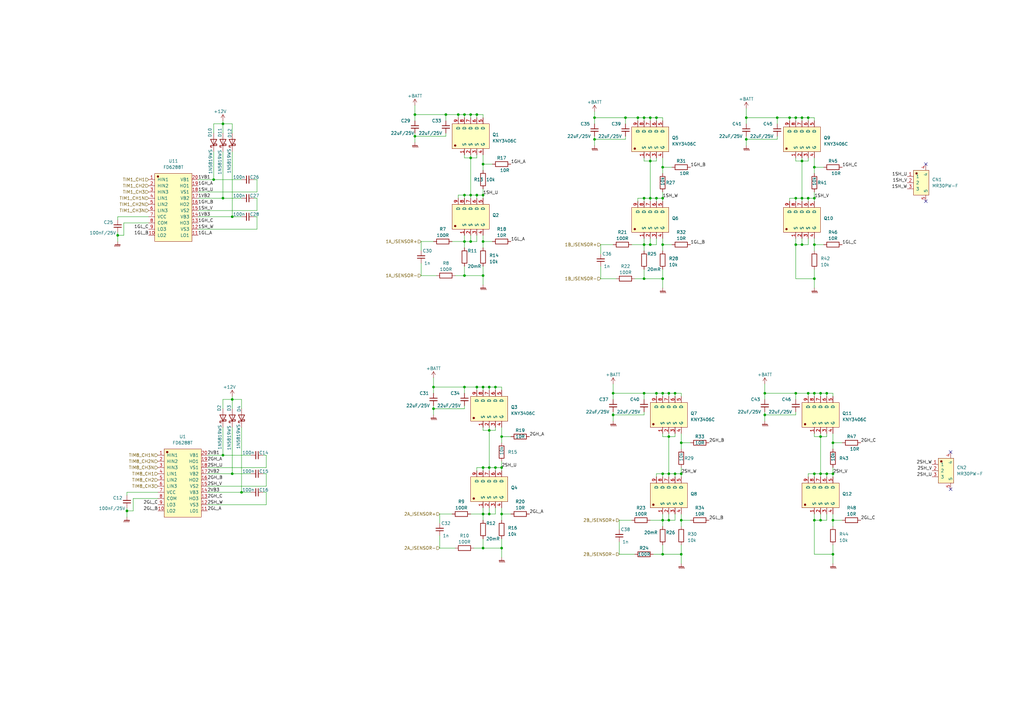
<source format=kicad_sch>
(kicad_sch (version 20231120) (generator "eeschema") (generator_version "8.0")
  (paper "A3")
  (lib_symbols
    (symbol "Device:C_Small" (pin_numbers hide) (pin_names (offset 0.254) hide)
      (property "Reference" "C" (at 0.254 1.778 0))
      (property "Value" "C_Small" (at 0.254 -2.032 0))
      (symbol "C_Small_1_1"
        (pin passive line (at 0 2.54 270) (length 2.032) (name "~") (number "1"))
        (pin passive line (at 0 -2.54 90) (length 2.032) (name "~") (number "2"))
      )
    )
    (symbol "Device:R" (pin_numbers hide) (pin_names (offset 0))
      (property "Reference" "R" (at 2.032 0 90))
      (property "Value" "R" (at 0 0 90))
      (symbol "R_1_1"
        (pin passive line (at 0 3.81 270) (length 1.27) (name "~") (number "1"))
        (pin passive line (at 0 -3.81 90) (length 1.27) (name "~") (number "2"))
      )
    )
    (symbol "Diode:1N5819WS" (pin_numbers hide) (pin_names (offset 1.016) hide)
      (property "Reference" "D" (at 0 2.54 0))
      (property "Value" "1N5819WS" (at 0 -2.54 0))
      (symbol "1N5819WS_1_1"
        (pin passive line (at -3.81 0 0) (length 2.54) (name "K") (number "1"))
        (pin passive line (at 3.81 0 180) (length 2.54) (name "A") (number "2"))
      )
    )
    (symbol "bldcDriver:FD6288T" (pin_names (offset 1.016))
      (property "Reference" "U" (at 0 16.6116 0))
      (property "Value" "FD6288T" (at 0 21.6916 0))
      (symbol "FD6288T_1_1"
        (pin input line (at -10.16 11.43 0) (length 2.54) (name "HIN1") (number "1"))
        (pin input line (at -10.16 -11.43 0) (length 2.54) (name "LO2") (number "10"))
        (pin input line (at 10.16 -11.43 180) (length 2.54) (name "LO1") (number "11"))
        (pin input line (at 10.16 -8.89 180) (length 2.54) (name "VS3") (number "12"))
        (pin input line (at 10.16 -6.35 180) (length 2.54) (name "HO3") (number "13"))
        (pin input line (at 10.16 -3.81 180) (length 2.54) (name "VB3") (number "14"))
        (pin input line (at 10.16 -1.27 180) (length 2.54) (name "VS2") (number "15"))
        (pin input line (at 10.16 1.27 180) (length 2.54) (name "HO2") (number "16"))
        (pin input line (at 10.16 3.81 180) (length 2.54) (name "VB2") (number "17"))
        (pin input line (at 10.16 6.35 180) (length 2.54) (name "VS1") (number "18"))
        (pin input line (at 10.16 8.89 180) (length 2.54) (name "HO1") (number "19"))
        (pin input line (at -10.16 8.89 0) (length 2.54) (name "HIN2") (number "2"))
        (pin input line (at 10.16 11.43 180) (length 2.54) (name "VB1") (number "20"))
        (pin input line (at -10.16 6.35 0) (length 2.54) (name "HIN3") (number "3"))
        (pin input line (at -10.16 3.81 0) (length 2.54) (name "LIN1") (number "4"))
        (pin input line (at -10.16 1.27 0) (length 2.54) (name "LIN2") (number "5"))
        (pin input line (at -10.16 -1.27 0) (length 2.54) (name "LIN3") (number "6"))
        (pin input line (at -10.16 -3.81 0) (length 2.54) (name "VCC") (number "7"))
        (pin input line (at -10.16 -6.35 0) (length 2.54) (name "COM") (number "8"))
        (pin input line (at -10.16 -8.89 0) (length 2.54) (name "LO3") (number "9"))
      )
    )
    (symbol "bldcDriver:KNY3406C" (pin_names (offset 1.016))
      (property "Reference" "Q" (at 0 10.3124 0))
      (property "Value" "KNY3406C" (at 0 15.3924 0))
      (symbol "KNY3406C_1_1"
        (pin input line (at -7.62 2.54 0) (length 2.54) (name "S") (number "1"))
        (pin input line (at -7.62 0 0) (length 2.54) (name "S") (number "2"))
        (pin input line (at -7.62 -2.54 0) (length 2.54) (name "S") (number "3"))
        (pin input line (at -7.62 -5.08 0) (length 2.54) (name "G") (number "4"))
        (pin input line (at 7.62 -5.08 180) (length 2.54) (name "D") (number "5"))
        (pin input line (at 7.62 -2.54 180) (length 2.54) (name "D") (number "6"))
        (pin input line (at 7.62 0 180) (length 2.54) (name "D") (number "7"))
        (pin input line (at 7.62 2.54 180) (length 2.54) (name "D") (number "8"))
        (pin input line (at 7.62 5.08 180) (length 2.54) (name "D") (number "9"))
      )
    )
    (symbol "kicadLib:MR30PW-F" (pin_names (offset 1.016))
      (property "Reference" "CN" (at 0 10.414 0))
      (property "Value" "MR30PW-F" (at 0 15.494 0))
      (symbol "MR30PW-F_1_1"
        (pin input line (at -3.81 2.54 0) (length 2.54) (name "1") (number "1"))
        (pin input line (at -3.81 0 0) (length 2.54) (name "2") (number "2"))
        (pin input line (at -3.81 -2.54 0) (length 2.54) (name "3") (number "3"))
        (pin input line (at 3.81 7.62 270) (length 2.54) (name "4") (number "4"))
        (pin input line (at 3.81 -7.62 90) (length 2.54) (name "5") (number "5"))
      )
    )
    (symbol "power:+12V" (power) (pin_names (offset 0))
      (property "Value" "+12V" (at 0 3.556 0))
      (symbol "+12V_1_1"
        (pin power_in line (at 0 0 90) (length 0) hide (name "+12V") (number "1"))
      )
    )
    (symbol "power:+BATT" (power) (pin_names (offset 0))
      (property "Value" "+BATT" (at 0 3.556 0))
      (symbol "+BATT_1_1"
        (pin power_in line (at 0 0 90) (length 0) hide (name "+BATT") (number "1"))
      )
    )
    (symbol "power:GNDPWR" (power) (pin_names (offset 0))
      (property "Value" "GNDPWR" (at 0 -3.302 0))
      (symbol "GNDPWR_1_1"
        (pin power_in line (at 0 0 270) (length 0) hide (name "GNDPWR") (number "1"))
      )
    )
  )
  (junction (at 91.44 50.8))
  (junction (at 95.25 163.83))
  (junction (at 190.5 99.06))
  (junction (at 271.78 213.36))
  (junction (at 177.8 158.75))
  (junction (at 328.93 66.04))
  (junction (at 243.84 57.15))
  (junction (at 334.01 194.31))
  (junction (at 336.55 161.29))
  (junction (at 95.25 194.31))
  (junction (at 177.8 167.64))
  (junction (at 334.01 81.28))
  (junction (at 274.32 194.31))
  (junction (at 200.66 176.53))
  (junction (at 170.18 55.88))
  (junction (at 336.55 179.07))
  (junction (at 264.16 114.3))
  (junction (at 334.01 161.29))
  (junction (at 190.5 46.99))
  (junction (at 200.66 191.77))
  (junction (at 269.24 161.29))
  (junction (at 266.7 81.28))
  (junction (at 193.04 46.99))
  (junction (at 341.63 213.36))
  (junction (at 182.88 46.99))
  (junction (at 271.78 227.33))
  (junction (at 269.24 48.26))
  (junction (at 203.2 191.77))
  (junction (at 87.63 73.66))
  (junction (at 95.25 88.9))
  (junction (at 326.39 100.33))
  (junction (at 198.12 113.03))
  (junction (at 318.77 48.26))
  (junction (at 269.24 81.28))
  (junction (at 198.12 80.01))
  (junction (at 198.12 158.75))
  (junction (at 264.16 161.29))
  (junction (at 331.47 161.29))
  (junction (at 195.58 80.01))
  (junction (at 198.12 99.06))
  (junction (at 271.78 114.3))
  (junction (at 264.16 48.26))
  (junction (at 256.54 48.26))
  (junction (at 198.12 191.77))
  (junction (at 271.78 68.58))
  (junction (at 198.12 210.82))
  (junction (at 276.86 194.31))
  (junction (at 264.16 81.28))
  (junction (at 170.18 46.99))
  (junction (at 243.84 48.26))
  (junction (at 326.39 48.26))
  (junction (at 306.07 57.15))
  (junction (at 190.5 80.01))
  (junction (at 336.55 213.36))
  (junction (at 48.26 96.52))
  (junction (at 274.32 179.07))
  (junction (at 331.47 48.26))
  (junction (at 99.06 201.93))
  (junction (at 264.16 100.33))
  (junction (at 271.78 81.28))
  (junction (at 274.32 213.36))
  (junction (at 276.86 161.29))
  (junction (at 205.74 224.79))
  (junction (at 251.46 170.18))
  (junction (at 205.74 191.77))
  (junction (at 200.66 158.75))
  (junction (at 203.2 158.75))
  (junction (at 205.74 210.82))
  (junction (at 334.01 100.33))
  (junction (at 341.63 194.31))
  (junction (at 279.4 213.36))
  (junction (at 334.01 68.58))
  (junction (at 313.69 161.29))
  (junction (at 193.04 64.77))
  (junction (at 306.07 48.26))
  (junction (at 187.96 46.99))
  (junction (at 198.12 224.79))
  (junction (at 261.62 48.26))
  (junction (at 91.44 186.69))
  (junction (at 334.01 114.3))
  (junction (at 331.47 81.28))
  (junction (at 271.78 194.31))
  (junction (at 198.12 67.31))
  (junction (at 190.5 113.03))
  (junction (at 200.66 210.82))
  (junction (at 328.93 81.28))
  (junction (at 341.63 227.33))
  (junction (at 195.58 46.99))
  (junction (at 328.93 100.33))
  (junction (at 339.09 194.31))
  (junction (at 91.44 81.28))
  (junction (at 266.7 48.26))
  (junction (at 195.58 158.75))
  (junction (at 274.32 161.29))
  (junction (at 341.63 181.61))
  (junction (at 193.04 99.06))
  (junction (at 328.93 48.26))
  (junction (at 334.01 213.36))
  (junction (at 313.69 170.18))
  (junction (at 336.55 194.31))
  (junction (at 323.85 48.26))
  (junction (at 205.74 179.07))
  (junction (at 326.39 81.28))
  (junction (at 279.4 194.31))
  (junction (at 190.5 158.75))
  (junction (at 326.39 161.29))
  (junction (at 251.46 161.29))
  (junction (at 339.09 161.29))
  (junction (at 271.78 161.29))
  (junction (at 193.04 80.01))
  (junction (at 266.7 100.33))
  (junction (at 271.78 100.33))
  (junction (at 279.4 181.61))
  (junction (at 279.4 227.33))
  (junction (at 266.7 66.04))
  (junction (at 52.07 209.55))
  (no_connect (at 379.73 67.31))
  (no_connect (at 379.73 82.55))
  (no_connect (at 389.89 185.42))
  (no_connect (at 389.89 200.66))
  (wire (pts (xy 271.78 48.26) (xy 269.24 48.26)))
  (wire (pts (xy 198.12 210.82) (xy 200.66 210.82)))
  (wire (pts (xy 193.04 64.77) (xy 195.58 64.77)))
  (wire (pts (xy 276.86 161.29) (xy 276.86 162.56)))
  (wire (pts (xy 251.46 157.48) (xy 251.46 161.29)))
  (wire (pts (xy 193.04 64.77) (xy 193.04 80.01)))
  (wire (pts (xy 328.93 100.33) (xy 331.47 100.33)))
  (wire (pts (xy 279.4 210.82) (xy 279.4 213.36)))
  (wire (pts (xy 109.22 201.93) (xy 109.22 207.01)))
  (wire (pts (xy 279.4 227.33) (xy 279.4 231.14)))
  (wire (pts (xy 198.12 176.53) (xy 200.66 176.53)))
  (wire (pts (xy 195.58 158.75) (xy 195.58 160.02)))
  (wire (pts (xy 326.39 161.29) (xy 326.39 163.83)))
  (wire (pts (xy 198.12 210.82) (xy 198.12 213.36)))
  (wire (pts (xy 195.58 64.77) (xy 195.58 63.5)))
  (wire (pts (xy 193.04 46.99) (xy 193.04 48.26)))
  (wire (pts (xy 190.5 167.64) (xy 190.5 166.37)))
  (wire (pts (xy 341.63 213.36) (xy 345.44 213.36)))
  (wire (pts (xy 198.12 109.22) (xy 198.12 113.03)))
  (wire (pts (xy 195.58 46.99) (xy 195.58 48.26)))
  (wire (pts (xy 99.06 175.26) (xy 99.06 201.93)))
  (wire (pts (xy 269.24 161.29) (xy 264.16 161.29)))
  (wire (pts (xy 251.46 168.91) (xy 251.46 170.18)))
  (wire (pts (xy 318.77 48.26) (xy 318.77 50.8)))
  (wire (pts (xy 339.09 210.82) (xy 339.09 213.36)))
  (wire (pts (xy 341.63 181.61) (xy 341.63 184.15)))
  (wire (pts (xy 264.16 81.28) (xy 264.16 82.55)))
  (wire (pts (xy 264.16 100.33) (xy 259.08 100.33)))
  (wire (pts (xy 190.5 109.22) (xy 190.5 113.03)))
  (wire (pts (xy 198.12 80.01) (xy 195.58 80.01)))
  (wire (pts (xy 190.5 158.75) (xy 190.5 161.29)))
  (wire (pts (xy 334.01 114.3) (xy 334.01 118.11)))
  (wire (pts (xy 198.12 48.26) (xy 198.12 46.99)))
  (wire (pts (xy 334.01 227.33) (xy 341.63 227.33)))
  (wire (pts (xy 85.09 194.31) (xy 95.25 194.31)))
  (wire (pts (xy 252.73 114.3) (xy 246.38 114.3)))
  (wire (pts (xy 195.58 80.01) (xy 193.04 80.01)))
  (wire (pts (xy 271.78 110.49) (xy 271.78 114.3)))
  (wire (pts (xy 326.39 100.33) (xy 328.93 100.33)))
  (wire (pts (xy 170.18 55.88) (xy 170.18 58.42)))
  (wire (pts (xy 271.78 68.58) (xy 275.59 68.58)))
  (wire (pts (xy 107.95 194.31) (xy 109.22 194.31)))
  (wire (pts (xy 251.46 100.33) (xy 246.38 100.33)))
  (wire (pts (xy 334.01 81.28) (xy 331.47 81.28)))
  (wire (pts (xy 279.4 194.31) (xy 276.86 194.31)))
  (wire (pts (xy 331.47 81.28) (xy 331.47 82.55)))
  (wire (pts (xy 198.12 191.77) (xy 198.12 193.04)))
  (wire (pts (xy 269.24 48.26) (xy 269.24 49.53)))
  (wire (pts (xy 271.78 49.53) (xy 271.78 48.26)))
  (wire (pts (xy 195.58 46.99) (xy 193.04 46.99)))
  (wire (pts (xy 271.78 68.58) (xy 271.78 71.12)))
  (wire (pts (xy 190.5 99.06) (xy 185.42 99.06)))
  (wire (pts (xy 264.16 97.79) (xy 264.16 100.33)))
  (wire (pts (xy 251.46 161.29) (xy 251.46 163.83)))
  (wire (pts (xy 205.74 158.75) (xy 203.2 158.75)))
  (wire (pts (xy 341.63 223.52) (xy 341.63 227.33)))
  (wire (pts (xy 180.34 224.79) (xy 180.34 219.71)))
  (wire (pts (xy 334.01 179.07) (xy 336.55 179.07)))
  (wire (pts (xy 246.38 100.33) (xy 246.38 104.14)))
  (wire (pts (xy 279.4 191.77) (xy 279.4 194.31)))
  (wire (pts (xy 266.7 48.26) (xy 264.16 48.26)))
  (wire (pts (xy 50.8 91.44) (xy 50.8 96.52)))
  (wire (pts (xy 341.63 194.31) (xy 341.63 195.58)))
  (wire (pts (xy 95.25 62.23) (xy 95.25 88.9)))
  (wire (pts (xy 326.39 81.28) (xy 326.39 82.55)))
  (wire (pts (xy 107.95 201.93) (xy 109.22 201.93)))
  (wire (pts (xy 193.04 80.01) (xy 190.5 80.01)))
  (wire (pts (xy 269.24 161.29) (xy 269.24 162.56)))
  (wire (pts (xy 64.77 201.93) (xy 52.07 201.93)))
  (wire (pts (xy 264.16 161.29) (xy 264.16 163.83)))
  (wire (pts (xy 334.01 194.31) (xy 331.47 194.31)))
  (wire (pts (xy 200.66 176.53) (xy 203.2 176.53)))
  (wire (pts (xy 341.63 210.82) (xy 341.63 213.36)))
  (wire (pts (xy 271.78 179.07) (xy 274.32 179.07)))
  (wire (pts (xy 200.66 210.82) (xy 203.2 210.82)))
  (wire (pts (xy 318.77 57.15) (xy 318.77 55.88)))
  (wire (pts (xy 81.28 88.9) (xy 95.25 88.9)))
  (wire (pts (xy 269.24 194.31) (xy 269.24 195.58)))
  (wire (pts (xy 271.78 100.33) (xy 271.78 102.87)))
  (wire (pts (xy 205.74 189.23) (xy 205.74 191.77)))
  (wire (pts (xy 274.32 161.29) (xy 274.32 162.56)))
  (wire (pts (xy 198.12 99.06) (xy 201.93 99.06)))
  (wire (pts (xy 339.09 179.07) (xy 339.09 177.8)))
  (wire (pts (xy 271.78 161.29) (xy 269.24 161.29)))
  (wire (pts (xy 276.86 194.31) (xy 276.86 195.58)))
  (wire (pts (xy 279.4 162.56) (xy 279.4 161.29)))
  (wire (pts (xy 60.96 91.44) (xy 50.8 91.44)))
  (wire (pts (xy 95.25 163.83) (xy 99.06 163.83)))
  (wire (pts (xy 279.4 213.36) (xy 279.4 215.9)))
  (wire (pts (xy 266.7 66.04) (xy 266.7 81.28)))
  (wire (pts (xy 266.7 81.28) (xy 264.16 81.28)))
  (wire (pts (xy 271.78 114.3) (xy 271.78 118.11)))
  (wire (pts (xy 91.44 50.8) (xy 95.25 50.8)))
  (wire (pts (xy 91.44 49.53) (xy 91.44 50.8)))
  (wire (pts (xy 256.54 57.15) (xy 256.54 55.88)))
  (wire (pts (xy 271.78 81.28) (xy 271.78 82.55)))
  (wire (pts (xy 274.32 179.07) (xy 276.86 179.07)))
  (wire (pts (xy 279.4 194.31) (xy 279.4 195.58)))
  (wire (pts (xy 326.39 97.79) (xy 326.39 100.33)))
  (wire (pts (xy 334.01 213.36) (xy 334.01 227.33)))
  (wire (pts (xy 266.7 64.77) (xy 266.7 66.04)))
  (wire (pts (xy 341.63 162.56) (xy 341.63 161.29)))
  (wire (pts (xy 87.63 73.66) (xy 99.06 73.66)))
  (wire (pts (xy 105.41 93.98) (xy 81.28 93.98)))
  (wire (pts (xy 190.5 113.03) (xy 198.12 113.03)))
  (wire (pts (xy 198.12 80.01) (xy 198.12 81.28)))
  (wire (pts (xy 279.4 177.8) (xy 279.4 181.61)))
  (wire (pts (xy 205.74 175.26) (xy 205.74 179.07)))
  (wire (pts (xy 205.74 179.07) (xy 209.55 179.07)))
  (wire (pts (xy 323.85 81.28) (xy 323.85 82.55)))
  (wire (pts (xy 195.58 158.75) (xy 190.5 158.75)))
  (wire (pts (xy 95.25 175.26) (xy 95.25 194.31)))
  (wire (pts (xy 198.12 67.31) (xy 201.93 67.31)))
  (wire (pts (xy 91.44 81.28) (xy 99.06 81.28)))
  (wire (pts (xy 205.74 224.79) (xy 205.74 228.6)))
  (wire (pts (xy 334.01 194.31) (xy 334.01 195.58)))
  (wire (pts (xy 190.5 80.01) (xy 187.96 80.01)))
  (wire (pts (xy 279.4 181.61) (xy 279.4 184.15)))
  (wire (pts (xy 318.77 48.26) (xy 306.07 48.26)))
  (wire (pts (xy 81.28 73.66) (xy 87.63 73.66)))
  (wire (pts (xy 341.63 194.31) (xy 339.09 194.31)))
  (wire (pts (xy 85.09 201.93) (xy 99.06 201.93)))
  (wire (pts (xy 177.8 158.75) (xy 177.8 161.29)))
  (wire (pts (xy 198.12 46.99) (xy 195.58 46.99)))
  (wire (pts (xy 52.07 201.93) (xy 52.07 203.2)))
  (wire (pts (xy 91.44 167.64) (xy 91.44 163.83)))
  (wire (pts (xy 331.47 48.26) (xy 331.47 49.53)))
  (wire (pts (xy 259.08 213.36) (xy 254 213.36)))
  (wire (pts (xy 264.16 66.04) (xy 266.7 66.04)))
  (wire (pts (xy 182.88 46.99) (xy 170.18 46.99)))
  (wire (pts (xy 336.55 194.31) (xy 334.01 194.31)))
  (wire (pts (xy 328.93 48.26) (xy 326.39 48.26)))
  (wire (pts (xy 271.78 97.79) (xy 271.78 100.33)))
  (wire (pts (xy 271.78 213.36) (xy 271.78 215.9)))
  (wire (pts (xy 261.62 48.26) (xy 256.54 48.26)))
  (wire (pts (xy 198.12 99.06) (xy 198.12 101.6)))
  (wire (pts (xy 95.25 162.56) (xy 95.25 163.83)))
  (wire (pts (xy 326.39 170.18) (xy 326.39 168.91)))
  (wire (pts (xy 198.12 224.79) (xy 205.74 224.79)))
  (wire (pts (xy 95.25 88.9) (xy 99.06 88.9)))
  (wire (pts (xy 87.63 54.61) (xy 87.63 50.8)))
  (wire (pts (xy 279.4 161.29) (xy 276.86 161.29)))
  (wire (pts (xy 328.93 64.77) (xy 328.93 66.04)))
  (wire (pts (xy 190.5 64.77) (xy 193.04 64.77)))
  (wire (pts (xy 328.93 81.28) (xy 328.93 82.55)))
  (wire (pts (xy 48.26 96.52) (xy 48.26 99.06)))
  (wire (pts (xy 276.86 161.29) (xy 274.32 161.29)))
  (wire (pts (xy 177.8 167.64) (xy 177.8 170.18)))
  (wire (pts (xy 274.32 213.36) (xy 276.86 213.36)))
  (wire (pts (xy 334.01 78.74) (xy 334.01 81.28)))
  (wire (pts (xy 198.12 175.26) (xy 198.12 176.53)))
  (wire (pts (xy 104.14 88.9) (xy 105.41 88.9)))
  (wire (pts (xy 198.12 224.79) (xy 194.31 224.79)))
  (wire (pts (xy 193.04 46.99) (xy 190.5 46.99)))
  (wire (pts (xy 87.63 50.8) (xy 91.44 50.8)))
  (wire (pts (xy 198.12 191.77) (xy 195.58 191.77)))
  (wire (pts (xy 81.28 81.28) (xy 91.44 81.28)))
  (wire (pts (xy 109.22 186.69) (xy 109.22 191.77)))
  (wire (pts (xy 271.78 194.31) (xy 269.24 194.31)))
  (wire (pts (xy 269.24 81.28) (xy 266.7 81.28)))
  (wire (pts (xy 190.5 96.52) (xy 190.5 99.06)))
  (wire (pts (xy 170.18 55.88) (xy 182.88 55.88)))
  (wire (pts (xy 313.69 161.29) (xy 313.69 163.83)))
  (wire (pts (xy 172.72 113.03) (xy 172.72 107.95)))
  (wire (pts (xy 334.01 110.49) (xy 334.01 114.3)))
  (wire (pts (xy 271.78 194.31) (xy 271.78 195.58)))
  (wire (pts (xy 190.5 113.03) (xy 186.69 113.03)))
  (wire (pts (xy 182.88 46.99) (xy 182.88 49.53)))
  (wire (pts (xy 205.74 179.07) (xy 205.74 181.61)))
  (wire (pts (xy 91.44 186.69) (xy 102.87 186.69)))
  (wire (pts (xy 274.32 177.8) (xy 274.32 179.07)))
  (wire (pts (xy 341.63 161.29) (xy 339.09 161.29)))
  (wire (pts (xy 203.2 191.77) (xy 203.2 193.04)))
  (wire (pts (xy 203.2 208.28) (xy 203.2 210.82)))
  (wire (pts (xy 198.12 210.82) (xy 193.04 210.82)))
  (wire (pts (xy 326.39 66.04) (xy 328.93 66.04)))
  (wire (pts (xy 306.07 57.15) (xy 318.77 57.15)))
  (wire (pts (xy 254 227.33) (xy 254 222.25)))
  (wire (pts (xy 105.41 78.74) (xy 81.28 78.74)))
  (wire (pts (xy 198.12 208.28) (xy 198.12 210.82)))
  (wire (pts (xy 331.47 194.31) (xy 331.47 195.58)))
  (wire (pts (xy 256.54 48.26) (xy 256.54 50.8)))
  (wire (pts (xy 52.07 208.28) (xy 52.07 209.55)))
  (wire (pts (xy 190.5 46.99) (xy 187.96 46.99)))
  (wire (pts (xy 91.44 54.61) (xy 91.44 50.8)))
  (wire (pts (xy 334.01 161.29) (xy 334.01 162.56)))
  (wire (pts (xy 264.16 100.33) (xy 266.7 100.33)))
  (wire (pts (xy 271.78 227.33) (xy 279.4 227.33)))
  (wire (pts (xy 326.39 48.26) (xy 326.39 49.53)))
  (wire (pts (xy 198.12 158.75) (xy 198.12 160.02)))
  (wire (pts (xy 306.07 55.88) (xy 306.07 57.15)))
  (wire (pts (xy 279.4 181.61) (xy 283.21 181.61)))
  (wire (pts (xy 326.39 64.77) (xy 326.39 66.04)))
  (wire (pts (xy 243.84 48.26) (xy 243.84 50.8)))
  (wire (pts (xy 276.86 179.07) (xy 276.86 177.8)))
  (wire (pts (xy 107.95 186.69) (xy 109.22 186.69)))
  (wire (pts (xy 195.58 96.52) (xy 195.58 99.06)))
  (wire (pts (xy 266.7 66.04) (xy 269.24 66.04)))
  (wire (pts (xy 313.69 157.48) (xy 313.69 161.29)))
  (wire (pts (xy 271.78 64.77) (xy 271.78 68.58)))
  (wire (pts (xy 200.66 175.26) (xy 200.66 176.53)))
  (wire (pts (xy 85.09 186.69) (xy 91.44 186.69)))
  (wire (pts (xy 331.47 161.29) (xy 331.47 162.56)))
  (wire (pts (xy 331.47 66.04) (xy 331.47 64.77)))
  (wire (pts (xy 170.18 43.18) (xy 170.18 46.99)))
  (wire (pts (xy 190.5 158.75) (xy 177.8 158.75)))
  (wire (pts (xy 264.16 114.3) (xy 271.78 114.3)))
  (wire (pts (xy 261.62 81.28) (xy 261.62 82.55)))
  (wire (pts (xy 200.66 158.75) (xy 198.12 158.75)))
  (wire (pts (xy 331.47 97.79) (xy 331.47 100.33)))
  (wire (pts (xy 177.8 99.06) (xy 172.72 99.06)))
  (wire (pts (xy 334.01 68.58) (xy 337.82 68.58)))
  (wire (pts (xy 334.01 49.53) (xy 334.01 48.26)))
  (wire (pts (xy 195.58 80.01) (xy 195.58 81.28)))
  (wire (pts (xy 328.93 97.79) (xy 328.93 100.33)))
  (wire (pts (xy 180.34 210.82) (xy 180.34 214.63)))
  (wire (pts (xy 264.16 170.18) (xy 264.16 168.91)))
  (wire (pts (xy 336.55 179.07) (xy 336.55 194.31)))
  (wire (pts (xy 313.69 168.91) (xy 313.69 170.18)))
  (wire (pts (xy 105.41 81.28) (xy 105.41 86.36)))
  (wire (pts (xy 336.55 194.31) (xy 336.55 195.58)))
  (wire (pts (xy 87.63 73.66) (xy 87.63 62.23)))
  (wire (pts (xy 279.4 223.52) (xy 279.4 227.33)))
  (wire (pts (xy 179.07 113.03) (xy 172.72 113.03)))
  (wire (pts (xy 205.74 191.77) (xy 205.74 193.04)))
  (wire (pts (xy 190.5 46.99) (xy 190.5 48.26)))
  (wire (pts (xy 313.69 170.18) (xy 313.69 172.72)))
  (wire (pts (xy 271.78 81.28) (xy 269.24 81.28)))
  (wire (pts (xy 256.54 48.26) (xy 243.84 48.26)))
  (wire (pts (xy 339.09 161.29) (xy 339.09 162.56)))
  (wire (pts (xy 203.2 176.53) (xy 203.2 175.26)))
  (wire (pts (xy 269.24 81.28) (xy 269.24 82.55)))
  (wire (pts (xy 200.66 176.53) (xy 200.66 191.77)))
  (wire (pts (xy 243.84 57.15) (xy 243.84 59.69)))
  (wire (pts (xy 323.85 48.26) (xy 318.77 48.26)))
  (wire (pts (xy 200.66 208.28) (xy 200.66 210.82)))
  (wire (pts (xy 334.01 100.33) (xy 337.82 100.33)))
  (wire (pts (xy 334.01 81.28) (xy 334.01 82.55)))
  (wire (pts (xy 170.18 46.99) (xy 170.18 49.53)))
  (wire (pts (xy 264.16 161.29) (xy 251.46 161.29)))
  (wire (pts (xy 341.63 191.77) (xy 341.63 194.31)))
  (wire (pts (xy 341.63 177.8) (xy 341.63 181.61)))
  (wire (pts (xy 334.01 68.58) (xy 334.01 71.12)))
  (wire (pts (xy 54.61 209.55) (xy 52.07 209.55)))
  (wire (pts (xy 326.39 81.28) (xy 323.85 81.28)))
  (wire (pts (xy 271.78 210.82) (xy 271.78 213.36)))
  (wire (pts (xy 193.04 99.06) (xy 195.58 99.06)))
  (wire (pts (xy 266.7 97.79) (xy 266.7 100.33)))
  (wire (pts (xy 264.16 114.3) (xy 260.35 114.3)))
  (wire (pts (xy 334.01 48.26) (xy 331.47 48.26)))
  (wire (pts (xy 205.74 160.02) (xy 205.74 158.75)))
  (wire (pts (xy 336.55 161.29) (xy 334.01 161.29)))
  (wire (pts (xy 326.39 48.26) (xy 323.85 48.26)))
  (wire (pts (xy 341.63 227.33) (xy 341.63 231.14)))
  (wire (pts (xy 205.74 210.82) (xy 205.74 213.36)))
  (wire (pts (xy 271.78 100.33) (xy 275.59 100.33)))
  (wire (pts (xy 177.8 167.64) (xy 190.5 167.64)))
  (wire (pts (xy 48.26 95.25) (xy 48.26 96.52)))
  (wire (pts (xy 339.09 161.29) (xy 336.55 161.29)))
  (wire (pts (xy 172.72 99.06) (xy 172.72 102.87)))
  (wire (pts (xy 52.07 209.55) (xy 52.07 212.09)))
  (wire (pts (xy 54.61 204.47) (xy 54.61 209.55)))
  (wire (pts (xy 271.78 161.29) (xy 271.78 162.56)))
  (wire (pts (xy 48.26 88.9) (xy 48.26 90.17)))
  (wire (pts (xy 200.66 191.77) (xy 198.12 191.77)))
  (wire (pts (xy 243.84 55.88) (xy 243.84 57.15)))
  (wire (pts (xy 193.04 80.01) (xy 193.04 81.28)))
  (wire (pts (xy 251.46 170.18) (xy 251.46 172.72)))
  (wire (pts (xy 254 213.36) (xy 254 217.17)))
  (wire (pts (xy 271.78 213.36) (xy 274.32 213.36)))
  (wire (pts (xy 274.32 161.29) (xy 271.78 161.29)))
  (wire (pts (xy 328.93 48.26) (xy 328.93 49.53)))
  (wire (pts (xy 328.93 81.28) (xy 326.39 81.28)))
  (wire (pts (xy 306.07 48.26) (xy 306.07 50.8)))
  (wire (pts (xy 50.8 96.52) (xy 48.26 96.52)))
  (wire (pts (xy 269.24 97.79) (xy 269.24 100.33)))
  (wire (pts (xy 105.41 88.9) (xy 105.41 93.98)))
  (wire (pts (xy 266.7 48.26) (xy 266.7 49.53)))
  (wire (pts (xy 95.25 194.31) (xy 102.87 194.31)))
  (wire (pts (xy 182.88 55.88) (xy 182.88 54.61)))
  (wire (pts (xy 260.35 227.33) (xy 254 227.33)))
  (wire (pts (xy 187.96 46.99) (xy 187.96 48.26)))
  (wire (pts (xy 264.16 48.26) (xy 261.62 48.26)))
  (wire (pts (xy 326.39 114.3) (xy 334.01 114.3)))
  (wire (pts (xy 264.16 100.33) (xy 264.16 102.87)))
  (wire (pts (xy 195.58 191.77) (xy 195.58 193.04)))
  (wire (pts (xy 266.7 100.33) (xy 269.24 100.33)))
  (wire (pts (xy 339.09 194.31) (xy 336.55 194.31)))
  (wire (pts (xy 336.55 179.07) (xy 339.09 179.07)))
  (wire (pts (xy 243.84 45.72) (xy 243.84 48.26)))
  (wire (pts (xy 177.8 166.37) (xy 177.8 167.64)))
  (wire (pts (xy 91.44 62.23) (xy 91.44 81.28)))
  (wire (pts (xy 328.93 66.04) (xy 331.47 66.04)))
  (wire (pts (xy 190.5 63.5) (xy 190.5 64.77)))
  (wire (pts (xy 198.12 96.52) (xy 198.12 99.06)))
  (wire (pts (xy 205.74 210.82) (xy 209.55 210.82)))
  (wire (pts (xy 205.74 191.77) (xy 203.2 191.77)))
  (wire (pts (xy 99.06 201.93) (xy 102.87 201.93)))
  (wire (pts (xy 205.74 208.28) (xy 205.74 210.82)))
  (wire (pts (xy 64.77 204.47) (xy 54.61 204.47)))
  (wire (pts (xy 198.12 158.75) (xy 195.58 158.75)))
  (wire (pts (xy 276.86 210.82) (xy 276.86 213.36)))
  (wire (pts (xy 341.63 181.61) (xy 345.44 181.61)))
  (wire (pts (xy 246.38 114.3) (xy 246.38 109.22)))
  (wire (pts (xy 323.85 48.26) (xy 323.85 49.53)))
  (wire (pts (xy 95.25 54.61) (xy 95.25 50.8)))
  (wire (pts (xy 274.32 194.31) (xy 271.78 194.31)))
  (wire (pts (xy 326.39 161.29) (xy 313.69 161.29)))
  (wire (pts (xy 104.14 81.28) (xy 105.41 81.28)))
  (wire (pts (xy 334.01 97.79) (xy 334.01 100.33)))
  (wire (pts (xy 60.96 88.9) (xy 48.26 88.9)))
  (wire (pts (xy 205.74 220.98) (xy 205.74 224.79)))
  (wire (pts (xy 95.25 167.64) (xy 95.25 163.83)))
  (wire (pts (xy 190.5 80.01) (xy 190.5 81.28)))
  (wire (pts (xy 274.32 210.82) (xy 274.32 213.36)))
  (wire (pts (xy 334.01 177.8) (xy 334.01 179.07)))
  (wire (pts (xy 271.78 78.74) (xy 271.78 81.28)))
  (wire (pts (xy 200.66 191.77) (xy 200.66 193.04)))
  (wire (pts (xy 336.55 210.82) (xy 336.55 213.36)))
  (wire (pts (xy 193.04 96.52) (xy 193.04 99.06)))
  (wire (pts (xy 177.8 154.94) (xy 177.8 158.75)))
  (wire (pts (xy 203.2 158.75) (xy 203.2 160.02)))
  (wire (pts (xy 271.78 177.8) (xy 271.78 179.07)))
  (wire (pts (xy 187.96 46.99) (xy 182.88 46.99)))
  (wire (pts (xy 331.47 161.29) (xy 326.39 161.29)))
  (wire (pts (xy 264.16 64.77) (xy 264.16 66.04)))
  (wire (pts (xy 271.78 213.36) (xy 266.7 213.36)))
  (wire (pts (xy 269.24 66.04) (xy 269.24 64.77)))
  (wire (pts (xy 261.62 48.26) (xy 261.62 49.53)))
  (wire (pts (xy 271.78 223.52) (xy 271.78 227.33)))
  (wire (pts (xy 198.12 77.47) (xy 198.12 80.01)))
  (wire (pts (xy 334.01 210.82) (xy 334.01 213.36)))
  (wire (pts (xy 200.66 158.75) (xy 200.66 160.02)))
  (wire (pts (xy 99.06 167.64) (xy 99.06 163.83)))
  (wire (pts (xy 109.22 199.39) (xy 85.09 199.39)))
  (wire (pts (xy 336.55 177.8) (xy 336.55 179.07)))
  (wire (pts (xy 190.5 99.06) (xy 193.04 99.06)))
  (wire (pts (xy 339.09 194.31) (xy 339.09 195.58)))
  (wire (pts (xy 274.32 194.31) (xy 274.32 195.58)))
  (wire (pts (xy 198.12 63.5) (xy 198.12 67.31)))
  (wire (pts (xy 336.55 161.29) (xy 336.55 162.56)))
  (wire (pts (xy 91.44 163.83) (xy 95.25 163.83)))
  (wire (pts (xy 198.12 113.03) (xy 198.12 116.84)))
  (wire (pts (xy 331.47 81.28) (xy 328.93 81.28)))
  (wire (pts (xy 109.22 194.31) (xy 109.22 199.39)))
  (wire (pts (xy 269.24 48.26) (xy 266.7 48.26)))
  (wire (pts (xy 341.63 213.36) (xy 341.63 215.9)))
  (wire (pts (xy 251.46 170.18) (xy 264.16 170.18)))
  (wire (pts (xy 264.16 110.49) (xy 264.16 114.3)))
  (wire (pts (xy 334.01 213.36) (xy 336.55 213.36)))
  (wire (pts (xy 104.14 73.66) (xy 105.41 73.66)))
  (wire (pts (xy 334.01 64.77) (xy 334.01 68.58)))
  (wire (pts (xy 313.69 170.18) (xy 326.39 170.18)))
  (wire (pts (xy 264.16 48.26) (xy 264.16 49.53)))
  (wire (pts (xy 271.78 227.33) (xy 267.97 227.33)))
  (wire (pts (xy 203.2 191.77) (xy 200.66 191.77)))
  (wire (pts (xy 170.18 54.61) (xy 170.18 55.88)))
  (wire (pts (xy 193.04 63.5) (xy 193.04 64.77)))
  (wire (pts (xy 105.41 73.66) (xy 105.41 78.74)))
  (wire (pts (xy 105.41 86.36) (xy 81.28 86.36)))
  (wire (pts (xy 328.93 66.04) (xy 328.93 81.28)))
  (wire (pts (xy 276.86 194.31) (xy 274.32 194.31)))
  (wire (pts (xy 203.2 158.75) (xy 200.66 158.75)))
  (wire (pts (xy 306.07 44.45) (xy 306.07 48.26)))
  (wire (pts (xy 109.22 191.77) (xy 85.09 191.77)))
  (wire (pts (xy 326.39 100.33) (xy 326.39 114.3)))
  (wire (pts (xy 336.55 213.36) (xy 339.09 213.36)))
  (wire (pts (xy 190.5 99.06) (xy 190.5 101.6)))
  (wire (pts (xy 91.44 186.69) (xy 91.44 175.26)))
  (wire (pts (xy 274.32 179.07) (xy 274.32 194.31)))
  (wire (pts (xy 186.69 224.79) (xy 180.34 224.79)))
  (wire (pts (xy 187.96 80.01) (xy 187.96 81.28)))
  (wire (pts (xy 306.07 57.15) (xy 306.07 59.69)))
  (wire (pts (xy 334.01 100.33) (xy 334.01 102.87)))
  (wire (pts (xy 109.22 207.01) (xy 85.09 207.01)))
  (wire (pts (xy 243.84 57.15) (xy 256.54 57.15)))
  (wire (pts (xy 185.42 210.82) (xy 180.34 210.82)))
  (wire (pts (xy 331.47 48.26) (xy 328.93 48.26)))
  (wire (pts (xy 198.12 220.98) (xy 198.12 224.79)))
  (wire (pts (xy 264.16 81.28) (xy 261.62 81.28)))
  (wire (pts (xy 334.01 161.29) (xy 331.47 161.29)))
  (wire (pts (xy 279.4 213.36) (xy 283.21 213.36)))
  (wire (pts (xy 198.12 67.31) (xy 198.12 69.85)))
  (wire (pts (xy 266.7 81.28) (xy 266.7 82.55)))
  (label "2GL_A" (at 85.09 209.55 0))
  (label "1SH_V" (at 81.28 86.36 0))
  (label "1SH_W" (at 372.11 77.47 180))
  (label "2GL_C" (at 64.77 207.01 180))
  (label "1GL_C" (at 60.96 93.98 180))
  (label "2GL_C" (at 353.06 213.36 0))
  (label "2SH_U" (at 85.09 191.77 0))
  (label "1SH_V" (at 334.01 81.28 0))
  (label "2SH_V" (at 382.27 193.04 180))
  (label "1SH_W" (at 271.78 81.28 0))
  (label "2SH_W" (at 382.27 190.5 180))
  (label "1GH_C" (at 81.28 91.44 0))
  (label "1GH_A" (at 209.55 67.31 0))
  (label "1SH_U" (at 198.12 80.01 0))
  (label "1SH_W" (at 81.28 93.98 0))
  (label "1SH_V" (at 372.11 74.93 180))
  (label "1VB2" (at 81.28 81.28 0))
  (label "1GL_A" (at 81.28 96.52 0))
  (label "1VB1" (at 81.28 73.66 0))
  (label "1GH_A" (at 81.28 76.2 0))
  (label "1GL_C" (at 345.44 100.33 0))
  (label "2GH_A" (at 85.09 189.23 0))
  (label "2VB2" (at 85.09 194.31 0))
  (label "2SH_W" (at 279.4 194.31 0))
  (label "2SH_U" (at 205.74 191.77 0))
  (label "2GL_B" (at 64.77 209.55 180))
  (label "1GH_B" (at 81.28 83.82 0))
  (label "2GH_A" (at 217.17 179.07 0))
  (label "2VB1" (at 85.09 186.69 0))
  (label "1GH_B" (at 283.21 68.58 0))
  (label "2GL_B" (at 290.83 213.36 0))
  (label "2GH_B" (at 290.83 181.61 0))
  (label "1GL_B" (at 283.21 100.33 0))
  (label "2SH_V" (at 341.63 194.31 0))
  (label "2GH_C" (at 85.09 204.47 0))
  (label "1GL_A" (at 209.55 99.06 0))
  (label "2SH_U" (at 382.27 195.58 180))
  (label "2GH_B" (at 85.09 196.85 0))
  (label "2GH_C" (at 353.06 181.61 0))
  (label "1VB3" (at 81.28 88.9 0))
  (label "1SH_U" (at 372.11 72.39 180))
  (label "1GH_C" (at 345.44 68.58 0))
  (label "2GL_A" (at 217.17 210.82 0))
  (label "2SH_V" (at 85.09 199.39 0))
  (label "2SH_W" (at 85.09 207.01 0))
  (label "1GL_B" (at 60.96 96.52 180))
  (label "1SH_U" (at 81.28 78.74 0))
  (label "2VB3" (at 85.09 201.93 0))
  (hierarchical_label "TIM8_CH1" (shape input) (at 64.77 194.31 180))
  (hierarchical_label "1B_ISENSOR-" (shape input) (at 246.38 114.3 180))
  (hierarchical_label "1A_ISENSOR-" (shape input) (at 172.72 113.03 180))
  (hierarchical_label "TIM1_CH1" (shape input) (at 60.96 73.66 180))
  (hierarchical_label "TIM8_CH3" (shape input) (at 64.77 199.39 180))
  (hierarchical_label "2B_ISENSOR-" (shape input) (at 254 227.33 180))
  (hierarchical_label "TIM8_CH3N" (shape input) (at 64.77 191.77 180))
  (hierarchical_label "1B_ISENSOR+" (shape input) (at 246.38 100.33 180))
  (hierarchical_label "TIM8_CH2" (shape input) (at 64.77 196.85 180))
  (hierarchical_label "2A_ISENSOR-" (shape input) (at 180.34 224.79 180))
  (hierarchical_label "2B_ISENSOR+" (shape input) (at 254 213.36 180))
  (hierarchical_label "TIM1_CH2N" (shape input) (at 60.96 83.82 180))
  (hierarchical_label "2A_ISENSOR+" (shape input) (at 180.34 210.82 180))
  (hierarchical_label "TIM1_CH2" (shape input) (at 60.96 76.2 180))
  (hierarchical_label "TIM8_CH1N" (shape input) (at 64.77 186.69 180))
  (hierarchical_label "TIM8_CH2N" (shape input) (at 64.77 189.23 180))
  (hierarchical_label "TIM1_CH1N" (shape input) (at 60.96 81.28 180))
  (hierarchical_label "1A_ISENSOR+" (shape input) (at 172.72 99.06 180))
  (hierarchical_label "TIM1_CH3N" (shape input) (at 60.96 86.36 180))
  (hierarchical_label "TIM1_CH3" (shape input) (at 60.96 78.74 180))
  (symbol (lib_id "bldcDriver:KNY3406C") (at 328.93 90.17 90) (unit 1)
    (property "Reference" "Q10" (at 337.82 89.535 90) (effects (justify right)))
    (property "Value" "KNY3406C" (effects (hide yes)))
    (property "Footprint" "balancerDriver:PDFN-8_L4.9-W5.8-P1.27-LS6.1-BL" (effects (hide yes)))
    (property "Datasheet" "http://www.szlcsc.com/product/details_458586.html" (effects (hide yes)))
    (property "SuppliersPartNumber" "C455987" (effects (hide yes)))
    (property "uuid" "std:640fd594cce74f1f9a716f98941cd225" (effects (hide yes)))
  )
  (symbol (lib_id "Device:R") (at 341.63 187.96 180) (unit 1)
    (property "Reference" "R43" (at 344.17 187.96 0) (effects (justify right)))
    (property "Value" "10k" (at 341.63 189.23 90) (effects (justify right)))
    (property "Footprint" "Resistor_SMD:R_0603_1608Metric_Pad0.98x0.95mm_HandSolder" (effects (hide yes)))
  )
  (symbol (lib_id "Device:C_Small") (at 254 219.71 180) (unit 1)
    (property "Reference" "C38" (at 256.54 217.17 0))
    (property "Value" "1n" (at 256.54 222.25 0))
    (property "Footprint" "Capacitor_SMD:C_0603_1608Metric_Pad1.08x0.95mm_HandSolder" (effects (hide yes)))
  )
  (symbol (lib_id "power:+BATT") (at 177.8 154.94 0) (unit 1)
    (property "Reference" "#PWR026" (effects (hide yes)))
    (property "Value" "+BATT" (at 177.8 151.13 0))
  )
  (symbol (lib_id "bldcDriver:KNY3406C") (at 336.55 203.2 90) (unit 1)
    (property "Reference" "Q12" (at 345.44 202.565 90) (effects (justify right)))
    (property "Value" "KNY3406C" (effects (hide yes)))
    (property "Footprint" "balancerDriver:PDFN-8_L4.9-W5.8-P1.27-LS6.1-BL" (effects (hide yes)))
    (property "Datasheet" "http://www.szlcsc.com/product/details_458586.html" (effects (hide yes)))
    (property "SuppliersPartNumber" "C455987" (effects (hide yes)))
    (property "uuid" "std:640fd594cce74f1f9a716f98941cd225" (effects (hide yes)))
  )
  (symbol (lib_id "Diode:1N5819WS") (at 87.63 58.42 90) (unit 1)
    (property "Reference" "D10" (at 86.106 54.356 0))
    (property "Value" "1N5819WS" (at 86.36 66.294 0))
    (property "Footprint" "Diode_SMD:D_SOD-323" (effects (hide yes)))
    (property "Datasheet" "https://datasheet.lcsc.com/lcsc/2204281430_Guangdong-Hottech-1N5819WS_C191023.pdf" (effects (hide yes)))
  )
  (symbol (lib_id "power:GNDPWR") (at 341.63 231.14 0) (mirror y) (unit 1)
    (property "Reference" "#PWR041" (effects (hide yes)))
    (property "Value" "GNDPWR" (effects (hide yes)))
  )
  (symbol (lib_id "bldcDriver:KNY3406C") (at 336.55 170.18 90) (unit 1)
    (property "Reference" "Q11" (at 345.44 169.545 90) (effects (justify right)))
    (property "Value" "KNY3406C" (at 345.44 172.085 90) (effects (justify right)))
    (property "Footprint" "balancerDriver:PDFN-8_L4.9-W5.8-P1.27-LS6.1-BL" (effects (hide yes)))
    (property "Datasheet" "http://www.szlcsc.com/product/details_458586.html" (effects (hide yes)))
    (property "SuppliersPartNumber" "C455987" (effects (hide yes)))
    (property "uuid" "std:640fd594cce74f1f9a716f98941cd225" (effects (hide yes)))
  )
  (symbol (lib_id "power:GNDPWR") (at 205.74 228.6 0) (mirror y) (unit 1)
    (property "Reference" "#PWR029" (effects (hide yes)))
    (property "Value" "GNDPWR" (effects (hide yes)))
  )
  (symbol (lib_id "power:GNDPWR") (at 48.26 99.06 0) (unit 1)
    (property "Reference" "#PWR019" (effects (hide yes)))
    (property "Value" "GNDPWR" (effects (hide yes)))
  )
  (symbol (lib_id "Device:R") (at 190.5 224.79 270) (unit 1)
    (property "Reference" "R10" (at 190.5 219.71 90))
    (property "Value" "100R" (at 190.5 222.25 90))
    (property "Footprint" "Resistor_SMD:R_0603_1608Metric_Pad0.98x0.95mm_HandSolder" (effects (hide yes)))
  )
  (symbol (lib_id "Device:C_Small") (at 246.38 106.68 180) (unit 1)
    (property "Reference" "C36" (at 248.92 104.14 0))
    (property "Value" "1n" (at 248.92 109.22 0))
    (property "Footprint" "Capacitor_SMD:C_0603_1608Metric_Pad1.08x0.95mm_HandSolder" (effects (hide yes)))
  )
  (symbol (lib_id "Device:R") (at 256.54 114.3 270) (unit 1)
    (property "Reference" "R22" (at 256.54 109.22 90))
    (property "Value" "100R" (at 256.54 111.76 90))
    (property "Footprint" "Resistor_SMD:R_0603_1608Metric_Pad0.98x0.95mm_HandSolder" (effects (hide yes)))
  )
  (symbol (lib_id "Diode:1N5819WS") (at 95.25 58.42 90) (unit 1)
    (property "Reference" "D12" (at 94.234 54.61 0))
    (property "Value" "1N5819WS" (at 93.98 66.04 0))
    (property "Footprint" "Diode_SMD:D_SOD-323" (effects (hide yes)))
    (property "Datasheet" "https://datasheet.lcsc.com/lcsc/2204281430_Guangdong-Hottech-1N5819WS_C191023.pdf" (effects (hide yes)))
  )
  (symbol (lib_id "Device:R") (at 334.01 74.93 180) (unit 1)
    (property "Reference" "R41" (at 335.28 74.93 0) (effects (justify right)))
    (property "Value" "10k" (at 334.01 76.2 90) (effects (justify right)))
    (property "Footprint" "Resistor_SMD:R_0603_1608Metric_Pad0.98x0.95mm_HandSolder" (effects (hide yes)))
  )
  (symbol (lib_id "bldcDriver:FD6288T") (at 71.12 85.09 0) (unit 1)
    (property "Reference" "U11" (at 71.12 66.04 0))
    (property "Value" "FD6288T" (at 71.12 68.58 0))
    (property "Footprint" "balancerDriver:TSSOP-20_L6.5-W4.4-P0.65-LS6.4-BL" (effects (hide yes)))
    (property "Description" "C5804616" (effects (hide yes)))
    (property "uuid" "std:85bacd69bf5046a7bac0c54fac610692" (effects (hide yes)))
  )
  (symbol (lib_id "Device:C_Small") (at 326.39 166.37 0) (mirror y) (unit 1)
    (property "Reference" "C46" (at 322.58 163.83 0))
    (property "Value" "22uF/25V" (at 320.04 168.91 0))
    (property "Footprint" "Capacitor_SMD:C_1206_3216Metric_Pad1.33x1.80mm_HandSolder" (effects (hide yes)))
  )
  (symbol (lib_id "kicadLib:MR30PW-F") (at 375.92 74.93 0) (unit 1)
    (property "Reference" "CN1" (at 382.27 73.6599 0) (effects (justify left)))
    (property "Value" "MR30PW-F" (at 382.27 76.1999 0) (effects (justify left)))
    (property "Footprint" "balancerDriver:CONN-TH_MR30PW-F" (effects (hide yes)))
    (property "Description" "C2928110" (effects (hide yes)))
    (property "uuid" "std:e8657d6fd0094d2ca2b8b7683e751094" (effects (hide yes)))
  )
  (symbol (lib_id "Device:R") (at 279.4 100.33 270) (unit 1)
    (property "Reference" "R32" (at 279.4 95.25 90))
    (property "Value" "10R" (at 279.4 97.79 90))
    (property "Footprint" "Resistor_SMD:R_0603_1608Metric_Pad0.98x0.95mm_HandSolder" (effects (hide yes)))
  )
  (symbol (lib_id "Device:R") (at 271.78 106.68 180) (unit 1)
    (property "Reference" "R28" (at 274.32 106.045 0) (effects (justify right)))
    (property "Value" "10k" (at 274.32 108.585 0) (effects (justify right)))
    (property "Footprint" "Resistor_SMD:R_0603_1608Metric_Pad0.98x0.95mm_HandSolder" (effects (hide yes)))
  )
  (symbol (lib_id "Device:C_Small") (at 170.18 52.07 0) (mirror y) (unit 1)
    (property "Reference" "C29" (at 166.37 49.53 0))
    (property "Value" "22uF/25V" (at 165.1 54.61 0))
    (property "Footprint" "Capacitor_SMD:C_1206_3216Metric_Pad1.33x1.80mm_HandSolder" (effects (hide yes)))
  )
  (symbol (lib_id "power:+BATT") (at 251.46 157.48 0) (unit 1)
    (property "Reference" "#PWR032" (effects (hide yes)))
    (property "Value" "+BATT" (at 251.46 153.67 0))
  )
  (symbol (lib_id "power:+BATT") (at 170.18 43.18 0) (unit 1)
    (property "Reference" "#PWR024" (effects (hide yes)))
    (property "Value" "+BATT" (at 170.18 39.37 0))
  )
  (symbol (lib_id "Device:C_Small") (at 52.07 205.74 180) (unit 1)
    (property "Reference" "C12" (at 48.26 204.216 0))
    (property "Value" "100nF/25V" (at 45.974 208.534 0))
    (property "Footprint" "Capacitor_SMD:C_0603_1608Metric_Pad1.08x0.95mm_HandSolder" (effects (hide yes)))
  )
  (symbol (lib_id "Device:R") (at 205.74 67.31 90) (unit 1)
    (property "Reference" "R17" (at 205.74 64.77 90))
    (property "Value" "10R" (at 207.01 69.85 90))
    (property "Footprint" "Resistor_SMD:R_0603_1608Metric_Pad0.98x0.95mm_HandSolder" (effects (hide yes)))
  )
  (symbol (lib_id "power:+12V") (at 95.25 162.56 0) (unit 1)
    (property "Reference" "#PWR014" (effects (hide yes)))
    (property "Value" "+12V" (at 91.44 158.75 0) (effects (justify left)))
  )
  (symbol (lib_id "Device:C_Small") (at 105.41 201.93 270) (unit 1)
    (property "Reference" "C16" (at 108.204 200.914 90))
    (property "Value" "100n" (at 101.854 200.914 90))
    (property "Footprint" "Capacitor_SMD:C_0603_1608Metric_Pad1.08x0.95mm_HandSolder" (effects (hide yes)))
  )
  (symbol (lib_id "Device:R") (at 271.78 74.93 180) (unit 1)
    (property "Reference" "R27" (at 273.05 74.93 0) (effects (justify right)))
    (property "Value" "10k" (at 271.78 76.2 90) (effects (justify right)))
    (property "Footprint" "Resistor_SMD:R_0603_1608Metric_Pad0.98x0.95mm_HandSolder" (effects (hide yes)))
  )
  (symbol (lib_id "Device:R") (at 349.25 213.36 270) (unit 1)
    (property "Reference" "R48" (at 349.25 208.28 90))
    (property "Value" "10R" (at 349.25 210.82 90))
    (property "Footprint" "Resistor_SMD:R_0603_1608Metric_Pad0.98x0.95mm_HandSolder" (effects (hide yes)))
  )
  (symbol (lib_id "bldcDriver:KNY3406C") (at 328.93 57.15 90) (unit 1)
    (property "Reference" "Q9" (at 337.82 56.515 90) (effects (justify right)))
    (property "Value" "KNY3406C" (at 337.82 59.055 90) (effects (justify right)))
    (property "Footprint" "balancerDriver:PDFN-8_L4.9-W5.8-P1.27-LS6.1-BL" (effects (hide yes)))
    (property "Datasheet" "http://www.szlcsc.com/product/details_458586.html" (effects (hide yes)))
    (property "SuppliersPartNumber" "C455987" (effects (hide yes)))
    (property "uuid" "std:640fd594cce74f1f9a716f98941cd225" (effects (hide yes)))
  )
  (symbol (lib_id "power:GNDPWR") (at 306.07 59.69 0) (mirror y) (unit 1)
    (property "Reference" "#PWR037" (effects (hide yes)))
    (property "Value" "GNDPWR" (effects (hide yes)))
  )
  (symbol (lib_id "power:GNDPWR") (at 177.8 170.18 0) (mirror y) (unit 1)
    (property "Reference" "#PWR027" (effects (hide yes)))
    (property "Value" "GNDPWR" (effects (hide yes)))
  )
  (symbol (lib_id "bldcDriver:KNY3406C") (at 193.04 88.9 90) (unit 1)
    (property "Reference" "Q2" (at 201.93 88.265 90) (effects (justify right)))
    (property "Value" "KNY3406C" (effects (hide yes)))
    (property "Footprint" "balancerDriver:PDFN-8_L4.9-W5.8-P1.27-LS6.1-BL" (effects (hide yes)))
    (property "Datasheet" "http://www.szlcsc.com/product/details_458586.html" (effects (hide yes)))
    (property "SuppliersPartNumber" "C455987" (effects (hide yes)))
    (property "uuid" "std:640fd594cce74f1f9a716f98941cd225" (effects (hide yes)))
  )
  (symbol (lib_id "bldcDriver:KNY3406C") (at 200.66 167.64 90) (unit 1)
    (property "Reference" "Q3" (at 209.55 167.005 90) (effects (justify right)))
    (property "Value" "KNY3406C" (at 209.55 169.545 90) (effects (justify right)))
    (property "Footprint" "balancerDriver:PDFN-8_L4.9-W5.8-P1.27-LS6.1-BL" (effects (hide yes)))
    (property "Datasheet" "http://www.szlcsc.com/product/details_458586.html" (effects (hide yes)))
    (property "SuppliersPartNumber" "C455987" (effects (hide yes)))
    (property "uuid" "std:640fd594cce74f1f9a716f98941cd225" (effects (hide yes)))
  )
  (symbol (lib_id "Device:C_Small") (at 101.6 88.9 270) (unit 1)
    (property "Reference" "C28" (at 104.394 87.884 90))
    (property "Value" "100n" (at 98.044 87.884 90))
    (property "Footprint" "Capacitor_SMD:C_0603_1608Metric_Pad1.08x0.95mm_HandSolder" (effects (hide yes)))
  )
  (symbol (lib_id "Device:C_Small") (at 101.6 73.66 270) (unit 1)
    (property "Reference" "C26" (at 104.394 72.644 90))
    (property "Value" "100n" (at 98.044 72.644 90))
    (property "Footprint" "Capacitor_SMD:C_0603_1608Metric_Pad1.08x0.95mm_HandSolder" (effects (hide yes)))
  )
  (symbol (lib_id "Device:R") (at 205.74 185.42 180) (unit 1)
    (property "Reference" "R15" (at 208.28 185.42 0) (effects (justify right)))
    (property "Value" "10k" (at 205.74 186.69 90) (effects (justify right)))
    (property "Footprint" "Resistor_SMD:R_0603_1608Metric_Pad0.98x0.95mm_HandSolder" (effects (hide yes)))
  )
  (symbol (lib_id "Device:R") (at 190.5 105.41 180) (unit 1)
    (property "Reference" "R11" (at 191.77 102.87 0) (effects (justify right)))
    (property "Value" "20mR" (at 191.77 109.22 0) (effects (justify right)))
    (property "Footprint" "Resistor_SMD:R_2512_6332Metric_Pad1.40x3.35mm_HandSolder" (effects (hide yes)))
  )
  (symbol (lib_id "power:GNDPWR") (at 198.12 116.84 0) (mirror y) (unit 1)
    (property "Reference" "#PWR028" (effects (hide yes)))
    (property "Value" "GNDPWR" (effects (hide yes)))
  )
  (symbol (lib_id "Device:R") (at 287.02 213.36 270) (unit 1)
    (property "Reference" "R34" (at 287.02 208.28 90))
    (property "Value" "10R" (at 287.02 210.82 90))
    (property "Footprint" "Resistor_SMD:R_0603_1608Metric_Pad0.98x0.95mm_HandSolder" (effects (hide yes)))
  )
  (symbol (lib_id "Device:R") (at 198.12 73.66 180) (unit 1)
    (property "Reference" "R13" (at 194.31 73.66 0) (effects (justify right)))
    (property "Value" "10k" (at 199.39 73.66 0) (effects (justify right)))
    (property "Footprint" "Resistor_SMD:R_0603_1608Metric_Pad0.98x0.95mm_HandSolder" (effects (hide yes)))
  )
  (symbol (lib_id "power:GNDPWR") (at 243.84 59.69 0) (mirror y) (unit 1)
    (property "Reference" "#PWR031" (effects (hide yes)))
    (property "Value" "GNDPWR" (effects (hide yes)))
  )
  (symbol (lib_id "Device:R") (at 189.23 210.82 270) (unit 1)
    (property "Reference" "R9" (at 189.23 205.74 90))
    (property "Value" "100R" (at 189.23 208.28 90))
    (property "Footprint" "Resistor_SMD:R_0603_1608Metric_Pad0.98x0.95mm_HandSolder" (effects (hide yes)))
  )
  (symbol (lib_id "kicadLib:MR30PW-F") (at 386.08 193.04 0) (unit 1)
    (property "Reference" "CN2" (at 392.43 191.7699 0) (effects (justify left)))
    (property "Value" "MR30PW-F" (at 392.43 194.3099 0) (effects (justify left)))
    (property "Footprint" "balancerDriver:CONN-TH_MR30PW-F" (effects (hide yes)))
    (property "Description" "C2928110" (effects (hide yes)))
    (property "uuid" "std:e8657d6fd0094d2ca2b8b7683e751094" (effects (hide yes)))
  )
  (symbol (lib_id "power:GNDPWR") (at 313.69 172.72 0) (mirror y) (unit 1)
    (property "Reference" "#PWR039" (effects (hide yes)))
    (property "Value" "GNDPWR" (effects (hide yes)))
  )
  (symbol (lib_id "Device:R") (at 262.89 213.36 270) (unit 1)
    (property "Reference" "R23" (at 262.89 208.28 90))
    (property "Value" "100R" (at 262.89 210.82 90))
    (property "Footprint" "Resistor_SMD:R_0603_1608Metric_Pad0.98x0.95mm_HandSolder" (effects (hide yes)))
  )
  (symbol (lib_id "Device:R") (at 287.02 181.61 90) (unit 1)
    (property "Reference" "R33" (at 287.02 179.07 90))
    (property "Value" "10R" (at 287.02 181.61 90))
    (property "Footprint" "Resistor_SMD:R_0603_1608Metric_Pad0.98x0.95mm_HandSolder" (effects (hide yes)))
  )
  (symbol (lib_id "power:GNDPWR") (at 52.07 212.09 0) (unit 1)
    (property "Reference" "#PWR08" (effects (hide yes)))
    (property "Value" "GNDPWR" (effects (hide yes)))
  )
  (symbol (lib_id "power:GNDPWR") (at 271.78 118.11 0) (mirror y) (unit 1)
    (property "Reference" "#PWR034" (effects (hide yes)))
    (property "Value" "GNDPWR" (effects (hide yes)))
  )
  (symbol (lib_id "Device:R") (at 341.63 100.33 270) (unit 1)
    (property "Reference" "R46" (at 341.63 95.25 90))
    (property "Value" "10R" (at 341.63 97.79 90))
    (property "Footprint" "Resistor_SMD:R_0603_1608Metric_Pad0.98x0.95mm_HandSolder" (effects (hide yes)))
  )
  (symbol (lib_id "Device:C_Small") (at 313.69 166.37 0) (mirror y) (unit 1)
    (property "Reference" "C43" (at 309.88 163.83 0))
    (property "Value" "22uF/25V" (at 307.34 168.91 0))
    (property "Footprint" "Capacitor_SMD:C_1206_3216Metric_Pad1.33x1.80mm_HandSolder" (effects (hide yes)))
  )
  (symbol (lib_id "bldcDriver:KNY3406C") (at 200.66 200.66 90) (unit 1)
    (property "Reference" "Q4" (at 209.55 200.025 90) (effects (justify right)))
    (property "Value" "KNY3406C" (effects (hide yes)))
    (property "Footprint" "balancerDriver:PDFN-8_L4.9-W5.8-P1.27-LS6.1-BL" (effects (hide yes)))
    (property "Datasheet" "http://www.szlcsc.com/product/details_458586.html" (effects (hide yes)))
    (property "SuppliersPartNumber" "C455987" (effects (hide yes)))
    (property "uuid" "std:640fd594cce74f1f9a716f98941cd225" (effects (hide yes)))
  )
  (symbol (lib_id "bldcDriver:KNY3406C") (at 266.7 57.15 90) (unit 1)
    (property "Reference" "Q5" (at 275.59 56.515 90) (effects (justify right)))
    (property "Value" "KNY3406C" (at 275.59 59.055 90) (effects (justify right)))
    (property "Footprint" "balancerDriver:PDFN-8_L4.9-W5.8-P1.27-LS6.1-BL" (effects (hide yes)))
    (property "Datasheet" "http://www.szlcsc.com/product/details_458586.html" (effects (hide yes)))
    (property "SuppliersPartNumber" "C455987" (effects (hide yes)))
    (property "uuid" "std:640fd594cce74f1f9a716f98941cd225" (effects (hide yes)))
  )
  (symbol (lib_id "power:+12V") (at 91.44 49.53 0) (unit 1)
    (property "Reference" "#PWR070" (effects (hide yes)))
    (property "Value" "+12V" (at 87.63 45.72 0) (effects (justify left)))
  )
  (symbol (lib_id "power:GNDPWR") (at 279.4 231.14 0) (mirror y) (unit 1)
    (property "Reference" "#PWR035" (effects (hide yes)))
    (property "Value" "GNDPWR" (effects (hide yes)))
  )
  (symbol (lib_id "Device:R") (at 205.74 99.06 270) (unit 1)
    (property "Reference" "R18" (at 205.74 93.98 90))
    (property "Value" "10R" (at 205.74 96.52 90))
    (property "Footprint" "Resistor_SMD:R_0603_1608Metric_Pad0.98x0.95mm_HandSolder" (effects (hide yes)))
  )
  (symbol (lib_id "Device:R") (at 279.4 219.71 180) (unit 1)
    (property "Reference" "R30" (at 281.94 219.075 0) (effects (justify right)))
    (property "Value" "10k" (at 281.94 221.615 0) (effects (justify right)))
    (property "Footprint" "Resistor_SMD:R_0603_1608Metric_Pad0.98x0.95mm_HandSolder" (effects (hide yes)))
  )
  (symbol (lib_id "Device:C_Small") (at 190.5 163.83 0) (mirror y) (unit 1)
    (property "Reference" "C34" (at 186.69 161.29 0))
    (property "Value" "22uF/25V" (at 184.15 166.37 0))
    (property "Footprint" "Capacitor_SMD:C_1206_3216Metric_Pad1.33x1.80mm_HandSolder" (effects (hide yes)))
  )
  (symbol (lib_id "Device:C_Small") (at 172.72 105.41 180) (unit 1)
    (property "Reference" "C30" (at 175.26 102.87 0))
    (property "Value" "1n" (at 175.26 107.95 0))
    (property "Footprint" "Capacitor_SMD:C_0603_1608Metric_Pad1.08x0.95mm_HandSolder" (effects (hide yes)))
  )
  (symbol (lib_id "Device:R") (at 264.16 227.33 270) (unit 1)
    (property "Reference" "R24" (at 264.16 224.79 90))
    (property "Value" "100R" (at 264.16 227.33 90))
    (property "Footprint" "Resistor_SMD:R_0603_1608Metric_Pad0.98x0.95mm_HandSolder" (effects (hide yes)))
  )
  (symbol (lib_id "Device:C_Small") (at 256.54 53.34 0) (mirror y) (unit 1)
    (property "Reference" "C39" (at 252.73 50.8 0))
    (property "Value" "22uF/25V" (at 250.19 55.88 0))
    (property "Footprint" "Capacitor_SMD:C_1206_3216Metric_Pad1.33x1.80mm_HandSolder" (effects (hide yes)))
  )
  (symbol (lib_id "bldcDriver:KNY3406C") (at 274.32 170.18 90) (unit 1)
    (property "Reference" "Q7" (at 283.21 169.545 90) (effects (justify right)))
    (property "Value" "KNY3406C" (at 283.21 172.085 90) (effects (justify right)))
    (property "Footprint" "balancerDriver:PDFN-8_L4.9-W5.8-P1.27-LS6.1-BL" (effects (hide yes)))
    (property "Datasheet" "http://www.szlcsc.com/product/details_458586.html" (effects (hide yes)))
    (property "SuppliersPartNumber" "C455987" (effects (hide yes)))
    (property "uuid" "std:640fd594cce74f1f9a716f98941cd225" (effects (hide yes)))
  )
  (symbol (lib_id "Device:C_Small") (at 101.6 81.28 270) (unit 1)
    (property "Reference" "C27" (at 104.394 80.264 90))
    (property "Value" "100n" (at 98.044 80.264 90))
    (property "Footprint" "Capacitor_SMD:C_0603_1608Metric_Pad1.08x0.95mm_HandSolder" (effects (hide yes)))
  )
  (symbol (lib_id "Device:R") (at 279.4 68.58 90) (unit 1)
    (property "Reference" "R31" (at 279.4 66.04 90))
    (property "Value" "10R" (at 280.67 71.12 90))
    (property "Footprint" "Resistor_SMD:R_0603_1608Metric_Pad0.98x0.95mm_HandSolder" (effects (hide yes)))
  )
  (symbol (lib_id "Device:R") (at 182.88 113.03 270) (unit 1)
    (property "Reference" "R8" (at 182.88 107.95 90))
    (property "Value" "100R" (at 182.88 110.49 90))
    (property "Footprint" "Resistor_SMD:R_0603_1608Metric_Pad0.98x0.95mm_HandSolder" (effects (hide yes)))
  )
  (symbol (lib_id "Device:C_Small") (at 251.46 166.37 0) (mirror y) (unit 1)
    (property "Reference" "C37" (at 247.65 163.83 0))
    (property "Value" "22uF/25V" (at 245.11 168.91 0))
    (property "Footprint" "Capacitor_SMD:C_1206_3216Metric_Pad1.33x1.80mm_HandSolder" (effects (hide yes)))
  )
  (symbol (lib_id "bldcDriver:KNY3406C") (at 193.04 55.88 90) (unit 1)
    (property "Reference" "Q1" (at 201.93 55.245 90) (effects (justify right)))
    (property "Value" "KNY3406C" (at 201.93 57.785 90) (effects (justify right)))
    (property "Footprint" "balancerDriver:PDFN-8_L4.9-W5.8-P1.27-LS6.1-BL" (effects (hide yes)))
    (property "Datasheet" "http://www.szlcsc.com/product/details_458586.html" (effects (hide yes)))
    (property "SuppliersPartNumber" "C455987" (effects (hide yes)))
    (property "uuid" "std:640fd594cce74f1f9a716f98941cd225" (effects (hide yes)))
  )
  (symbol (lib_id "Device:R") (at 181.61 99.06 270) (unit 1)
    (property "Reference" "R7" (at 181.61 93.98 90))
    (property "Value" "100R" (at 181.61 96.52 90))
    (property "Footprint" "Resistor_SMD:R_0603_1608Metric_Pad0.98x0.95mm_HandSolder" (effects (hide yes)))
  )
  (symbol (lib_id "Device:C_Small") (at 318.77 53.34 0) (mirror y) (unit 1)
    (property "Reference" "C45" (at 314.96 50.8 0))
    (property "Value" "22uF/25V" (at 312.42 55.88 0))
    (property "Footprint" "Capacitor_SMD:C_1206_3216Metric_Pad1.33x1.80mm_HandSolder" (effects (hide yes)))
  )
  (symbol (lib_id "Diode:1N5819WS") (at 95.25 171.45 90) (unit 1)
    (property "Reference" "D3" (at 93.98 167.386 0))
    (property "Value" "1N5819WS" (at 93.98 179.578 0))
    (property "Footprint" "Diode_SMD:D_SOD-323" (effects (hide yes)))
    (property "Datasheet" "https://datasheet.lcsc.com/lcsc/2204281430_Guangdong-Hottech-1N5819WS_C191023.pdf" (effects (hide yes)))
  )
  (symbol (lib_id "Device:R") (at 279.4 187.96 180) (unit 1)
    (property "Reference" "R29" (at 280.67 187.96 0) (effects (justify right)))
    (property "Value" "10k" (at 279.4 189.23 90) (effects (justify right)))
    (property "Footprint" "Resistor_SMD:R_0603_1608Metric_Pad0.98x0.95mm_HandSolder" (effects (hide yes)))
  )
  (symbol (lib_id "bldcDriver:FD6288T") (at 74.93 198.12 0) (unit 1)
    (property "Reference" "U1" (at 74.93 179.07 0))
    (property "Value" "FD6288T" (at 74.93 181.61 0))
    (property "Footprint" "balancerDriver:TSSOP-20_L6.5-W4.4-P0.65-LS6.4-BL" (effects (hide yes)))
    (property "Description" "C5804616" (effects (hide yes)))
    (property "uuid" "std:85bacd69bf5046a7bac0c54fac610692" (effects (hide yes)))
  )
  (symbol (lib_id "Device:R") (at 334.01 106.68 180) (unit 1)
    (property "Reference" "R42" (at 336.55 106.045 0) (effects (justify right)))
    (property "Value" "10k" (at 336.55 108.585 0) (effects (justify right)))
    (property "Footprint" "Resistor_SMD:R_0603_1608Metric_Pad0.98x0.95mm_HandSolder" (effects (hide yes)))
  )
  (symbol (lib_id "Diode:1N5819WS") (at 91.44 58.42 90) (unit 1)
    (property "Reference" "D11" (at 90.17 54.356 0))
    (property "Value" "1N5819WS" (at 90.17 66.548 0))
    (property "Footprint" "Diode_SMD:D_SOD-323" (effects (hide yes)))
    (property "Datasheet" "https://datasheet.lcsc.com/lcsc/2204281430_Guangdong-Hottech-1N5819WS_C191023.pdf" (effects (hide yes)))
  )
  (symbol (lib_id "Device:C_Small") (at 177.8 163.83 0) (mirror y) (unit 1)
    (property "Reference" "C31" (at 173.99 161.29 0))
    (property "Value" "22uF/25V" (at 171.45 166.37 0))
    (property "Footprint" "Capacitor_SMD:C_1206_3216Metric_Pad1.33x1.80mm_HandSolder" (effects (hide yes)))
  )
  (symbol (lib_id "Device:C_Small") (at 264.16 166.37 0) (mirror y) (unit 1)
    (property "Reference" "C40" (at 260.35 163.83 0))
    (property "Value" "22uF/25V" (at 257.81 168.91 0))
    (property "Footprint" "Capacitor_SMD:C_1206_3216Metric_Pad1.33x1.80mm_HandSolder" (effects (hide yes)))
  )
  (symbol (lib_id "Device:R") (at 341.63 219.71 180) (unit 1)
    (property "Reference" "R44" (at 344.17 219.075 0) (effects (justify right)))
    (property "Value" "10k" (at 344.17 221.615 0) (effects (justify right)))
    (property "Footprint" "Resistor_SMD:R_0603_1608Metric_Pad0.98x0.95mm_HandSolder" (effects (hide yes)))
  )
  (symbol (lib_id "Device:C_Small") (at 180.34 217.17 180) (unit 1)
    (property "Reference" "C32" (at 182.88 214.63 0))
    (property "Value" "1n" (at 182.88 219.71 0))
    (property "Footprint" "Capacitor_SMD:C_0603_1608Metric_Pad1.08x0.95mm_HandSolder" (effects (hide yes)))
  )
  (symbol (lib_id "Diode:1N5819WS") (at 99.06 171.45 90) (unit 1)
    (property "Reference" "D4" (at 98.044 167.64 0))
    (property "Value" "1N5819WS" (at 97.79 179.07 0))
    (property "Footprint" "Diode_SMD:D_SOD-323" (effects (hide yes)))
    (property "Datasheet" "https://datasheet.lcsc.com/lcsc/2204281430_Guangdong-Hottech-1N5819WS_C191023.pdf" (effects (hide yes)))
  )
  (symbol (lib_id "Device:R") (at 271.78 219.71 180) (unit 1)
    (property "Reference" "R26" (at 273.05 218.44 0) (effects (justify right)))
    (property "Value" "20mR" (at 264.16 218.44 0) (effects (justify right)))
    (property "Footprint" "Resistor_SMD:R_2512_6332Metric_Pad1.40x3.35mm_HandSolder" (effects (hide yes)))
  )
  (symbol (lib_id "Device:C_Small") (at 105.41 194.31 270) (unit 1)
    (property "Reference" "C15" (at 108.204 193.294 90))
    (property "Value" "100n" (at 101.854 193.294 90))
    (property "Footprint" "Capacitor_SMD:C_0603_1608Metric_Pad1.08x0.95mm_HandSolder" (effects (hide yes)))
  )
  (symbol (lib_id "bldcDriver:KNY3406C") (at 274.32 203.2 90) (unit 1)
    (property "Reference" "Q8" (at 283.21 202.565 90) (effects (justify right)))
    (property "Value" "KNY3406C" (effects (hide yes)))
    (property "Footprint" "balancerDriver:PDFN-8_L4.9-W5.8-P1.27-LS6.1-BL" (effects (hide yes)))
    (property "Datasheet" "http://www.szlcsc.com/product/details_458586.html" (effects (hide yes)))
    (property "SuppliersPartNumber" "C455987" (effects (hide yes)))
    (property "uuid" "std:640fd594cce74f1f9a716f98941cd225" (effects (hide yes)))
  )
  (symbol (lib_id "Device:C_Small") (at 105.41 186.69 270) (unit 1)
    (property "Reference" "C14" (at 108.204 185.674 90))
    (property "Value" "100n" (at 101.854 185.674 90))
    (property "Footprint" "Capacitor_SMD:C_0603_1608Metric_Pad1.08x0.95mm_HandSolder" (effects (hide yes)))
  )
  (symbol (lib_id "Device:C_Small") (at 48.26 92.71 180) (unit 1)
    (property "Reference" "C25" (at 44.45 91.186 0))
    (property "Value" "100nF/25V" (at 42.164 95.504 0))
    (property "Footprint" "Capacitor_SMD:C_0603_1608Metric_Pad1.08x0.95mm_HandSolder" (effects (hide yes)))
  )
  (symbol (lib_id "power:+BATT") (at 313.69 157.48 0) (unit 1)
    (property "Reference" "#PWR038" (effects (hide yes)))
    (property "Value" "+BATT" (at 313.69 153.67 0))
  )
  (symbol (lib_id "Device:R") (at 341.63 68.58 90) (unit 1)
    (property "Reference" "R45" (at 341.63 66.04 90))
    (property "Value" "10R" (at 342.9 71.12 90))
    (property "Footprint" "Resistor_SMD:R_0603_1608Metric_Pad0.98x0.95mm_HandSolder" (effects (hide yes)))
  )
  (symbol (lib_id "Device:R") (at 349.25 181.61 90) (unit 1)
    (property "Reference" "R47" (at 349.25 179.07 90))
    (property "Value" "10R" (at 350.52 184.15 90))
    (property "Footprint" "Resistor_SMD:R_0603_1608Metric_Pad0.98x0.95mm_HandSolder" (effects (hide yes)))
  )
  (symbol (lib_id "Device:R") (at 213.36 210.82 270) (unit 1)
    (property "Reference" "R20" (at 213.36 205.74 90))
    (property "Value" "10R" (at 213.36 208.28 90))
    (property "Footprint" "Resistor_SMD:R_0603_1608Metric_Pad0.98x0.95mm_HandSolder" (effects (hide yes)))
  )
  (symbol (lib_id "Device:R") (at 264.16 106.68 180) (unit 1)
    (property "Reference" "R25" (at 265.43 104.14 0) (effects (justify right)))
    (property "Value" "20mR" (at 265.43 110.49 0) (effects (justify right)))
    (property "Footprint" "Resistor_SMD:R_2512_6332Metric_Pad1.40x3.35mm_HandSolder" (effects (hide yes)))
  )
  (symbol (lib_id "Device:R") (at 255.27 100.33 270) (unit 1)
    (property "Reference" "R21" (at 255.27 95.25 90))
    (property "Value" "100R" (at 255.27 97.79 90))
    (property "Footprint" "Resistor_SMD:R_0603_1608Metric_Pad0.98x0.95mm_HandSolder" (effects (hide yes)))
  )
  (symbol (lib_id "power:GNDPWR") (at 251.46 172.72 0) (mirror y) (unit 1)
    (property "Reference" "#PWR033" (effects (hide yes)))
    (property "Value" "GNDPWR" (effects (hide yes)))
  )
  (symbol (lib_id "Device:R") (at 213.36 179.07 90) (unit 1)
    (property "Reference" "R19" (at 213.36 176.53 90))
    (property "Value" "10R" (at 213.36 179.07 90))
    (property "Footprint" "Resistor_SMD:R_0603_1608Metric_Pad0.98x0.95mm_HandSolder" (effects (hide yes)))
  )
  (symbol (lib_id "power:+BATT") (at 243.84 45.72 0) (unit 1)
    (property "Reference" "#PWR030" (effects (hide yes)))
    (property "Value" "+BATT" (at 243.84 41.91 0))
  )
  (symbol (lib_id "power:+BATT") (at 306.07 44.45 0) (unit 1)
    (property "Reference" "#PWR036" (effects (hide yes)))
    (property "Value" "+BATT" (at 306.07 40.64 0))
  )
  (symbol (lib_id "Device:R") (at 198.12 105.41 180) (unit 1)
    (property "Reference" "R14" (at 200.66 104.775 0) (effects (justify right)))
    (property "Value" "10k" (at 200.66 107.315 0) (effects (justify right)))
    (property "Footprint" "Resistor_SMD:R_0603_1608Metric_Pad0.98x0.95mm_HandSolder" (effects (hide yes)))
  )
  (symbol (lib_id "power:GNDPWR") (at 170.18 58.42 0) (mirror y) (unit 1)
    (property "Reference" "#PWR025" (effects (hide yes)))
    (property "Value" "GNDPWR" (effects (hide yes)))
  )
  (symbol (lib_id "Device:R") (at 198.12 217.17 180) (unit 1)
    (property "Reference" "R12" (at 199.39 214.63 0) (effects (justify right)))
    (property "Value" "20mR" (at 199.39 220.98 0) (effects (justify right)))
    (property "Footprint" "Resistor_SMD:R_2512_6332Metric_Pad1.40x3.35mm_HandSolder" (effects (hide yes)))
  )
  (symbol (lib_id "Device:C_Small") (at 243.84 53.34 0) (mirror y) (unit 1)
    (property "Reference" "C35" (at 240.03 50.8 0))
    (property "Value" "22uF/25V" (at 237.49 55.88 0))
    (property "Footprint" "Capacitor_SMD:C_1206_3216Metric_Pad1.33x1.80mm_HandSolder" (effects (hide yes)))
  )
  (symbol (lib_id "bldcDriver:KNY3406C") (at 266.7 90.17 90) (unit 1)
    (property "Reference" "Q6" (at 275.59 89.535 90) (effects (justify right)))
    (property "Value" "KNY3406C" (effects (hide yes)))
    (property "Footprint" "balancerDriver:PDFN-8_L4.9-W5.8-P1.27-LS6.1-BL" (effects (hide yes)))
    (property "Datasheet" "http://www.szlcsc.com/product/details_458586.html" (effects (hide yes)))
    (property "SuppliersPartNumber" "C455987" (effects (hide yes)))
    (property "uuid" "std:640fd594cce74f1f9a716f98941cd225" (effects (hide yes)))
  )
  (symbol (lib_id "power:GNDPWR") (at 334.01 118.11 0) (mirror y) (unit 1)
    (property "Reference" "#PWR040" (effects (hide yes)))
    (property "Value" "GNDPWR" (effects (hide yes)))
  )
  (symbol (lib_id "Device:R") (at 205.74 217.17 180) (unit 1)
    (property "Reference" "R16" (at 208.28 216.535 0) (effects (justify right)))
    (property "Value" "10k" (at 208.28 219.075 0) (effects (justify right)))
    (property "Footprint" "Resistor_SMD:R_0603_1608Metric_Pad0.98x0.95mm_HandSolder" (effects (hide yes)))
  )
  (symbol (lib_id "Device:C_Small") (at 306.07 53.34 0) (mirror y) (unit 1)
    (property "Reference" "C41" (at 302.26 50.8 0))
    (property "Value" "22uF/25V" (at 299.72 55.88 0))
    (property "Footprint" "Capacitor_SMD:C_1206_3216Metric_Pad1.33x1.80mm_HandSolder" (effects (hide yes)))
  )
  (symbol (lib_id "Device:C_Small") (at 182.88 52.07 0) (mirror y) (unit 1)
    (property "Reference" "C33" (at 179.07 49.53 0))
    (property "Value" "22uF/25V" (at 176.53 54.61 0))
    (property "Footprint" "Capacitor_SMD:C_1206_3216Metric_Pad1.33x1.80mm_HandSolder" (effects (hide yes)))
  )
  (symbol (lib_id "Diode:1N5819WS") (at 91.44 171.45 90) (unit 1)
    (property "Reference" "D2" (at 89.916 167.386 0))
    (property "Value" "1N5819WS" (at 90.17 179.324 0))
    (property "Footprint" "Diode_SMD:D_SOD-323" (effects (hide yes)))
    (property "Datasheet" "https://datasheet.lcsc.com/lcsc/2204281430_Guangdong-Hottech-1N5819WS_C191023.pdf" (effects (hide yes)))
  )
)
</source>
